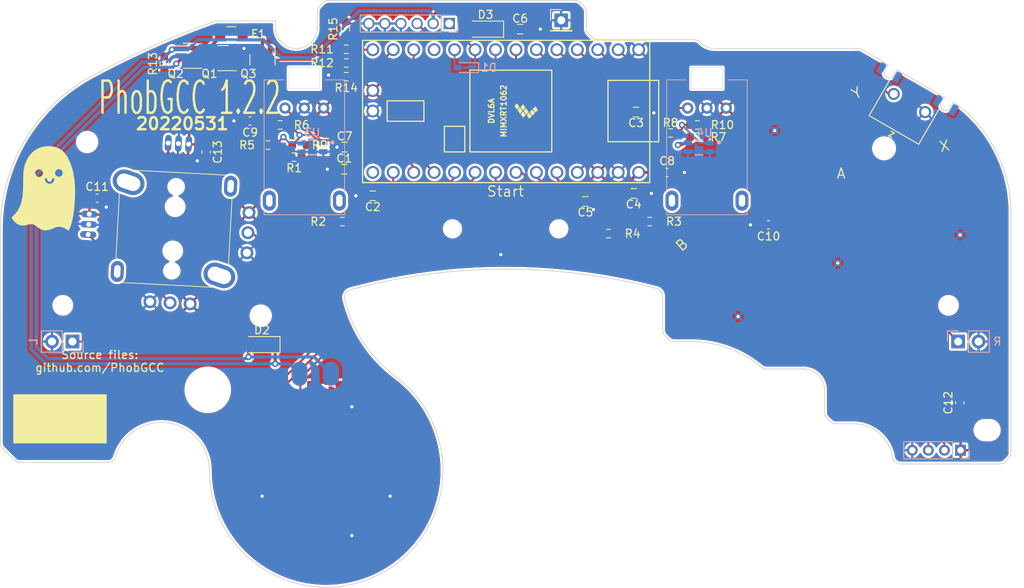
<source format=kicad_pcb>
(kicad_pcb (version 20221018) (generator pcbnew)
  (layers (0 "F.Cu" signal) (31 "B.Cu" signal) (36 "B.SilkS" user "B.Silkscreen") (37 "F.SilkS" user "F.Silkscreen") (38 "B.Mask" user) (39 "F.Mask" user) (44 "Edge.Cuts" user))
  (net 0 "")
  (net 1 "GND")
  (net 2 "+3V3")
  (net 3 "/C_x")
  (net 4 "/C_y")
  (net 5 "/A")
  (net 6 "/B")
  (net 7 "/X")
  (net 8 "/Y")
  (net 9 "/R")
  (net 10 "/Start")
  (net 11 "/Z")
  (net 12 "/Dleft")
  (net 13 "/Dup")
  (net 14 "/Dright")
  (net 15 "/Ddown")
  (net 16 "/Lanalog")
  (net 17 "/Ranalog")
  (net 18 "/Stick_x")
  (net 19 "/Stick_y")
  (net 20 "/L")
  (net 21 "/Stick_x_filt")
  (net 22 "/Stick_y_filt")
  (net 23 "+5V")
  (net 25 "/Rumble")
  (net 27 "/C_x_filt")
  (net 28 "/C_y_filt")
  (net 29 "Net-(R5-Pad2)")
  (net 30 "Net-(R6-Pad2)")
  (net 31 "Net-(R7-Pad2)")
  (net 32 "Net-(Q1-Pad1)")
  (net 33 "Net-(R10-Pad2)")
  (net 34 "Net-(C6-Pad1)")
  (net 35 "Net-(F1-Pad2)")
  (net 36 "Net-(Q1-Pad3)")
  (net 37 "/Brake")
  (net 38 "Net-(Q3-Pad1)")
  (net 39 "Net-(D2-Pad2)")
  (net 40 "/Data")
  (footprint "PhobGCC_Footprints:C_0603_HandSoldering" (layer "F.Cu") (at 83.1975 41.9125 180)
    (fp_text reference "C7")
    (fp_text value "0.047u")
  )
  (footprint "PhobGCC_Footprints:R_0603_1608_DNP" (layer "F.Cu") (at 77.5975 41.6625)
    (fp_text reference "R9")
    (fp_text value "DNP")
  )
  (footprint "PhobGCC_Footprints:R_0603_1608Metric_Pad0.98x0.95mm_HandSolder" (layer "F.Cu") (at 121.0975 51.1625)
    (fp_text reference "R3")
    (fp_text value "2k")
  )
  (footprint "PhobGCC_Footprints:R_0603_1608_DNP" (layer "F.Cu") (at 127.01 40.6625 180)
    (fp_text reference "R7")
    (fp_text value "DNP")
  )
  (footprint "PhobGCC_Footprints:ABXY_Contact_Omron_Switch" (layer "F.Cu") (at 140.4475 37.9125 -63)
    (fp_text reference "SW4" hide)
    (fp_text value "Y")
  )
  (footprint "PhobGCC_Footprints:SOT-23" (layer "F.Cu") (at 68.0975 30.8625 180)
    (fp_text reference "Q1")
    (fp_text value "Q_NMOS_GSD")
  )
  (footprint "PhobGCC_Footprints:Dpad_Contact_TL3315NF_2" (layer "F.Cu") (at 88.8475 82.0625 180)
    (fp_text reference "SW11" hide)
    (fp_text value "Dright" hide)
  )
  (footprint "PhobGCC_Footprints:C_0603_HandSoldering" (layer "F.Cu") (at 83.1475 44.6625 180)
    (fp_text reference "C1")
    (fp_text value "0.047u")
  )
  (footprint "PhobGCC_Footprints:R_0603_1608Metric_Pad0.98x0.95mm_HandSolder" (layer "F.Cu") (at 76.9225 43.1625 180)
    (fp_text reference "R1")
    (fp_text value "2k")
  )
  (footprint "PhobGCC_Footprints:ABXY_Contact_Omron_Switch" (layer "F.Cu") (at 144.4475 52.0125)
    (fp_text reference "SW1" hide)
    (fp_text value "A")
  )
  (footprint "PhobGCC_Footprints:SOT-23" (layer "F.Cu") (at 72.9975 31.0625 -90)
    (fp_text reference "Q3")
    (fp_text value "Q_NMOS_GSD")
  )
  (footprint "PhobGCC_Footprints:R_0603_1608Metric_Pad0.98x0.95mm_HandSolder" (layer "F.Cu") (at 83.2975 27.25 -90)
    (fp_text reference "R15")
    (fp_text value "10k")
  )
  (footprint "PhobGCC_Footprints:Teensy40_Edge_Pins" (layer "F.Cu") (at 103.2075 37.4325 180)
    (fp_text reference "U1" hide)
    (fp_text value "Teensy4.0")
  )
  (footprint "PhobGCC_Footprints:Dpad_Contact_TL3315NF_2" (layer "F.Cu") (at 80.8975 90.0125 -90)
    (fp_text reference "SW12" hide)
    (fp_text value "Ddown" hide)
  )
  (footprint "PhobGCC_Footprints:ABXY_Contact_Omron_Switch" (layer "F.Cu") (at 158.7475 48.6125 12)
    (fp_text reference "SW3" hide)
    (fp_text value "X")
  )
  (footprint "PhobGCC_Footprints:C_0603_1608Metric_Pad1.08x0.95mm_HandSolder" (layer "F.Cu") (at 135.8475 51.5625 180)
    (fp_text reference "C10")
    (fp_text value "1u")
  )
  (footprint "PhobGCC_Footprints:MountingHole_2.4mm" (layer "F.Cu") (at 150.1975 42.0625)
    (fp_text reference "H7" hide)
    (fp_text value "2.4mm")
  )
  (footprint "PhobGCC_Footprints:C_0603_HandSoldering" (layer "F.Cu") (at 104.9975 27.2625)
    (fp_text reference "C6")
    (fp_text value "10u")
  )
  (footprint "PhobGCC_Footprints:Ghost Logo 2" (layer "F.Cu") (at 45.9975 47.1625)
    (fp_text reference "G***" hide)
    (fp_text value "LOGO" hide)
  )
  (footprint "PhobGCC_Footprints:SOT-23" (layer "F.Cu") (at 63.7975 30.5625 180)
    (fp_text reference "Q2")
    (fp_text value "Q_PMOS_GDS")
  )
  (footprint "PhobGCC_Footprints:R_0603_1608Metric_Pad0.98x0.95mm_HandSolder" (layer "F.Cu") (at 83.3975 31.4625 180)
    (fp_text reference "R12")
    (fp_text value "100R")
  )
  (footprint "PhobGCC_Footprints:MountingHole_2.0mm" (layer "F.Cu") (at 48.1975 61.5625)
    (fp_text reference "H3" hide)
    (fp_text value "2mm")
  )
  (footprint "PhobGCC_Footprints:C_0603_HandSoldering" (layer "F.Cu") (at 113.0975 48.6625)
    (fp_text reference "C5")
    (fp_text value "0.047u")
  )
  (footprint "PhobGCC_Footprints:PinHeader_1x01_P2.54mm_Vertical" (layer "F.Cu") (at 110.0975 26.1625)
    (fp_text reference "J3" hide)
    (fp_text value "Conn_01x01_Male")
  )
  (footprint "PhobGCC_Footprints:Start_Contact" (layer "F.Cu") (at 103.1975 52.1125)
    (fp_text reference "SW5" hide)
    (fp_text value "Start")
  )
  (footprint "PhobGCC_Footprints:Dpad_Contact_TL3315NF_2" (layer "F.Cu") (at 80.8975 74.1125 -90)
    (fp_text reference "SW10" hide)
    (fp_text value "Dup" hide)
  )
  (footprint "PhobGCC_Footprints:C_0603_1608Metric_Pad1.08x0.95mm_HandSolder" (layer "F.Cu") (at 52.46 48.2625)
    (fp_text reference "C11")
    (fp_text value "1u")
  )
  (footprint "PhobGCC_Footprints:MountingHole_2.2mm" (layer "F.Cu") (at 51.214122 41.279121)
    (fp_text reference "H8" hide)
    (fp_text value "2.2mm")
  )
  (footprint "PhobGCC_Footprints:GCC_Stickbox_2" (layer "F.Cu") (at 62.002583 52.060732 -3)
    (fp_text reference "U2" hide)
    (fp_text value "2x DRV5053CAQLPGM Hall Effect Sensors")
  )
  (footprint "PhobGCC_Footprints:D_SOD-123" (layer "F.Cu") (at 100.6945 27.2625 180)
    (fp_text reference "D3")
    (fp_text value "M7C")
  )
  (footprint "PhobGCC_Footprints:MountingHole_2.0mm" (layer "F.Cu") (at 158.1975 61.5625)
    (fp_text reference "H4" hide)
    (fp_text value "2mm")
  )
  (footprint "PhobGCC_Footprints:R_0603_1608_DNP" (layer "F.Cu") (at 127.01 39.1625 180)
    (fp_text reference "R10")
    (fp_text value "DNP")
  )
  (footprint "PhobGCC_Footprints:R_0603_1608_DNP" (layer "F.Cu") (at 123.685 40.1625 180)
    (fp_text reference "R8")
    (fp_text value "DNP")
  )
  (footprint "PhobGCC_Footprints:R_0603_1608Metric_Pad0.98x0.95mm_HandSolder" (layer "F.Cu") (at 83.3975 29.7625 180)
    (fp_text reference "R11")
    (fp_text value "100R")
  )
  (footprint "PhobGCC_Footprints:MountingHole_1.8mm" (layer "F.Cu") (at 96.5975 52.0625)
    (fp_text reference "H5" hide)
    (fp_text value "1.8mm")
  )
  (footprint "PhobGCC_Footprints:Slot" (layer "F.Cu") (at 162.9975 77.0625)
    (fp_text reference "H2" hide)
    (fp_text value "Slot")
  )
  (footprint "PhobGCC_Footprints:R_0603_1608Metric_Pad0.98x0.95mm_HandSolder" (layer "F.Cu") (at 83.3975 33.1625)
    (fp_text reference "R14")
    (fp_text value "10k")
  )
  (footprint "PhobGCC_Footprints:R_0603_1608Metric_Pad0.98x0.95mm_HandSolder" (layer "F.Cu") (at 115.9725 52.6625)
    (fp_text reference "R4")
    (fp_text value "2k")
  )
  (footprint "PhobGCC_Footprints:Z_Switch_Edge" (layer "F.Cu") (at 153.348943 36.4375 -30)
    (fp_text reference "SW8" hide)
    (fp_text value "Z")
  )
  (footprint "PhobGCC_Footprints:ABXY_Contact_Omron_Switch" (layer "F.Cu") (at 129.2475 59.7125 41)
    (fp_text reference "SW2" hide)
    (fp_text value "B")
  )
  (footprint "PhobGCC_Footprints:MountingHole_5.2mm" (layer "F.Cu") (at 66.1975 72.0625)
    (fp_text reference "H1" hide)
    (fp_text value "5.2mm")
  )
  (footprint "PhobGCC_Footprints:R_0603_1608Metric_Pad0.98x0.95mm_HandSolder" (layer "F.Cu") (at 82.9225 51.1625 180)
    (fp_text reference "R2")
    (fp_text value "2k")
  )
  (footprint "PhobGCC_Footprints:MountingHole_1.8mm" (layer "F.Cu") (at 109.7975 52.0625)
    (fp_text reference "H6" hide)
    (fp_text value "1.8mm")
  )
  (footprint "PhobGCC_Footprints:C_0603_HandSoldering" (layer "F.Cu") (at 119.3975 37.5625)
    (fp_text reference "C3")
    (fp_text value "0.047u")
  )
  (footprint "PhobGCC_Footprints:Dpad_Contact_TL3315NF_2" (layer "F.Cu") (at 72.9475 82.0625 180)
    (fp_text reference "SW9" hide)
    (fp_text value "Dleft" hide)
  )
  (footprint "PhobGCC_Footprints:C_0603_1608Metric_Pad1.08x0.95mm_HandSolder" (layer "F.Cu") (at 71.46 38.6625 180)
    (fp_text reference "C9")
    (fp_text value "1u")
  )
  (footprint "PhobGCC_Footprints:C_0603_HandSoldering" (layer "F.Cu") (at 86.6975 47.9625 180)
    (fp_text reference "C2")
    (fp_text value "0.047u")
  )
  (footprint "PhobGCC_Footprints:R_0603_1608Metric_Pad0.98x0.95mm_HandSolder" (layer "F.Cu") (at 60.7975 31.5625 90)
    (fp_text reference "R13")
    (fp_text value "10k")
  )
  (footprint "PhobGCC_Footprints:C_0603_1608Metric_Pad1.08x0.95mm_HandSolder" (layer "F.Cu") (at 65.9975 42.525 -90)
    (fp_text reference "C13")
    (fp_text value "1u")
  )
  (footprint "PhobGCC_Footprints:C_0603_HandSoldering" (layer "F.Cu") (at 119.0975 47.6625)
    (fp_text reference "C4")
    (fp_text value "0.047u")
  )
  (footprint "PhobGCC_Footprints:C_0603_1608Metric_Pad1.08x0.95mm_HandSolder" (layer "F.Cu") (at 159.5975 73.6625 90)
    (fp_text reference "C12")
    (fp_text value "1u")
  )
  (footprint "PhobGCC_Footprints:Fuse_1206_3216Metric" (layer "F.Cu") (at 69.135 27.8625)
    (fp_text reference "F1")
    (fp_text value "Fuse")
  )
  (footprint "PhobGCC_Footprints:R_0603_1608_DNP" (layer "F.Cu") (at 73.685 41.6625)
    (fp_text reference "R5")
    (fp_text value "DNP")
  )
  (footprint "PhobGCC_Footprints:R_0603_1608_DNP" (layer "F.Cu") (at 75.185 39.1625)
    (fp_text reference "R6")
    (fp_text value "DNP")
  )
  (footprint "PhobGCC_Footprints:C_0603_1608Metric_Pad1.08x0.95mm_HandSolder" (layer "F.Cu") (at 123.2475 45.0625)
    (fp_text reference "C8")
    (fp_text value "1u")
  )
  (footprint "PhobGCC_Footprints:D_SOD-123" (layer "F.Cu") (at 72.9275 66.4425 180)
    (fp_text reference "D2")
    (fp_text value "M7C")
  )
  (footprint "PhobGCC_Footprints:MountingHole_2.2mm" (layer "F.Cu") (at 72.780878 62.845878)
    (fp_text reference "H9" hide)
    (fp_text value "2.2mm")
  )
  (footprint "PhobGCC_Footprints:Sharp_Microelectronics-GP2S60-MFG" (layer "B.Cu") (at 127.1975 41.9375 180)
    (fp_text reference "U4")
    (fp_text value "GP2S60-MFG" hide)
  )
  (footprint "PhobGCC_Footprints:Sharp_Microelectronics-GP2S60-MFG" (layer "B.Cu") (at 79.1975 41.9375 180)
    (fp_text reference "U3")
    (fp_text value "GP2S60-MFG" hide)
  )
  (footprint "PhobGCC_Footprints:PinHeader_1x04_P2.00mm_Vertical" (layer "B.Cu") (at 159.6975 79.5625 90)
    (fp_text reference "J2" hide)
    (fp_text value "Conn_01x04_Female")
  )
  (footprint "PhobGCC_Footprints:GCC_Slider" (layer "B.Cu") (at 128.1975 37.0625 180)
    (fp_text reference "RV2" hide)
    (fp_text value "R_POT_MountingPin")
  )
  (footprint "PhobGCC_Footprints:GCC_Slider" (layer "B.Cu") (at 78.1975 37.0625 180)
    (fp_text reference "RV1" hide)
    (fp_text value "R_POT_MountingPin")
  )
  (footprint "PhobGCC_Footprints:D_SOD-523_Shorted" (layer "B.Cu") (at 98.1145 32.0375 180)
    (fp_text reference "D1")
    (fp_text value "D_Schottky_Shorted")
  )
  (footprint "PhobGCC_Footprints:Pin_Header_Straight_1x02_Pitch2.54mm" (layer "B.Cu") (at 159.3975 66.0625 -90)
    (fp_text reference "SW7" hide)
    (fp_text value "R")
  )
  (footprint "PhobGCC_Footprints:Pin_Header_Straight_1x02_Pitch2.54mm" (layer "B.Cu") (at 49.3975 66.0625 90)
    (fp_text reference "SW6" hide)
    (fp_text value "L")
  )
  (footprint "PhobGCC_Footprints:Pin_Header_Straight_1x02_Pitch2.54mm" (layer "B.Cu") (at 78.3895 70.0505 -90)
    (fp_text reference "J5" hide)
    (fp_text value "Conn_01x02_Male" hide)
  )
  (footprint "PhobGCC_Footprints:GCC_Header_Straight_1x06_Pitch2.00mm" (layer "B.Cu") (at 96.1975 26.5625 90)
    (fp_text reference "J1" hide)
    (fp_text value "Conn_01x06_Female")
  )
  (gr_poly (pts (xy 53.5975 78.6625) (xy 42.0975 78.6625) (xy 42.0975 72.6625) (xy 53.5975 72.6625)) (stroke (width 0.1)) (fill solid) (layer "F.SilkS"))
  (gr_line (start 165.954606 79.855393) (end 165.954606 50.069607) (stroke (width 0.1)) (layer "Edge.Cuts"))
  (gr_line (start 144.218819 76.269607) (end 146.342415 76.269607) (stroke (width 0.1)) (layer "Edge.Cuts"))
  (gr_arc (start 126.204606 66.069606) (mid 130.847487 66.885912) (end 134.933496 69.236917) (stroke (width 0.1)) (layer "Edge.Cuts"))
  (gr_arc (start 146.937602 29.669606) (mid 147.195568 29.703455) (end 147.436073 29.8027) (stroke (width 0.1)) (layer "Edge.Cuts"))
  (gr_line (start 43.8525 81.072457) (end 42.8705 81.0725) (stroke (width 0.1)) (layer "Edge.Cuts"))
  (gr_arc (start 54.732791 80.356899) (mid 54.372984 80.872008) (end 53.7775 81.0725) (stroke (width 0.1)) (layer "Edge.Cuts"))
  (gr_arc (start 67.041048 26.300895) (mid 67.206743 26.257305) (end 67.377445 26.242615) (stroke (width 0.1)) (layer "Edge.Cuts"))
  (gr_line (start 122.997499 65.3625) (end 123.411712 65.776713) (stroke (width 0.1)) (layer "Edge.Cuts"))
  (gr_arc (start 51.761945 33.109374) (mid 59.27189 29.414281) (end 67.041048 26.300894) (stroke (width 0.1)) (layer "Edge.Cuts"))
  (gr_line (start 143.097499 75.5625) (end 143.511712 75.976713) (stroke (width 0.1)) (layer "Edge.Cuts"))
  (gr_line (start 76.2975 34.6625) (end 76.2975 32.0625) (stroke (width 0.05)) (layer "Edge.Cuts"))
  (gr_arc (start 151.400432 33.005028) (mid 150.512883 33.244589) (end 150.273454 32.357016) (stroke (width 0.1)) (layer "Edge.Cuts"))
  (gr_arc (start 113.497499 27.863982) (mid 113.280723 27.53956) (end 113.204606 27.156875) (stroke (width 0.1)) (layer "Edge.Cuts"))
  (gr_line (start 152.258495 81.269607) (end 164.540392 81.269607) (stroke (width 0.1)) (layer "Edge.Cuts"))
  (gr_line (start 126.2975 34.6625) (end 126.2975 32.0625) (stroke (width 0.05)) (layer "Edge.Cuts"))
  (gr_line (start 126.61567 28.571089) (end 114.618819 28.571089) (stroke (width 0.1)) (layer "Edge.Cuts"))
  (gr_line (start 124.118819 66.069607) (end 126.204606 66.069607) (stroke (width 0.1)) (layer "Edge.Cuts"))
  (gr_arc (start 144.218818 76.269607) (mid 143.836128 76.193496) (end 143.511712 75.976713) (stroke (width 0.1)) (layer "Edge.Cuts"))
  (gr_arc (start 114.618819 28.571089) (mid 114.236136 28.494967) (end 113.911712 28.278196) (stroke (width 0.1)) (layer "Edge.Cuts"))
  (gr_line (start 80.0975 34.6625) (end 76.2975 34.6625) (stroke (width 0.05)) (layer "Edge.Cuts"))
  (gr_line (start 151.799209 32.311503) (end 151.400432 33.005029) (stroke (width 0.1)) (layer "Edge.Cuts"))
  (gr_line (start 111.790392 23.699249) (end 81.218819 23.699249) (stroke (width 0.1)) (layer "Edge.Cuts"))
  (gr_arc (start 122.997499 65.3625) (mid 122.780728 65.038076) (end 122.704606 64.655393) (stroke (width 0.1)) (layer "Edge.Cuts"))
  (gr_arc (start 146.342414 76.269606) (mid 149.569893 77.450802) (end 151.272482 80.436273) (stroke (width 0.1)) (layer "Edge.Cuts"))
  (gr_line (start 126.2975 32.0625) (end 130.0975 32.0625) (stroke (width 0.05)) (layer "Edge.Cuts"))
  (gr_line (start 113.204606 27.156875) (end 113.204606 25.113463) (stroke (width 0.1)) (layer "Edge.Cuts"))
  (gr_line (start 113.911712 28.278196) (end 113.497499 27.863982) (stroke (width 0.1)) (layer "Edge.Cuts"))
  (gr_arc (start 121.957116 59.476203) (mid 122.495967 59.832451) (end 122.704606 60.443797) (stroke (width 0.1)) (layer "Edge.Cuts"))
  (gr_arc (start 111.790393 23.699249) (mid 112.173079 23.775363) (end 112.497499 23.992143) (stroke (width 0.1)) (layer "Edge.Cuts"))
  (gr_line (start 40.454607 77.5965) (end 40.454607 63.180003) (stroke (width 0.1)) (layer "Edge.Cuts"))
  (gr_line (start 159.204606 36.569607) (end 158.82115 36.34912) (stroke (width 0.1)) (layer "Edge.Cuts"))
  (gr_line (start 142.804606 72.069607) (end 142.804606 74.855393) (stroke (width 0.1)) (layer "Edge.Cuts"))
  (gr_arc (start 165.247499 80.976714) (mid 164.923075 81.193484) (end 164.540392 81.269607) (stroke (width 0.1)) (layer "Edge.Cuts"))
  (gr_line (start 40.454607 77.5965) (end 40.4545 78.655393) (stroke (width 0.1)) (layer "Edge.Cuts"))
  (gr_arc (start 124.118818 66.069607) (mid 123.736134 65.993488) (end 123.411712 65.776713) (stroke (width 0.1)) (layer "Edge.Cuts"))
  (gr_arc (start 40.747499 79.3625) (mid 40.530694 79.038079) (end 40.4545 78.655393) (stroke (width 0.1)) (layer "Edge.Cuts"))
  (gr_line (start 122.704606 60.443797) (end 122.704606 64.655393) (stroke (width 0.1)) (layer "Edge.Cuts"))
  (gr_arc (start 135.574771 69.469606) (mid 135.233681 69.40963) (end 134.933496 69.236917) (stroke (width 0.1)) (layer "Edge.Cuts"))
  (gr_line (start 53.7775 81.0725) (end 53.1535 81.072457) (stroke (width 0.1)) (layer "Edge.Cuts"))
  (gr_line (start 79.804606 25.113463) (end 79.804606 27.069607) (stroke (width 0.1)) (layer "Edge.Cuts"))
  (gr_arc (start 159.204606 36.569607) (mid 164.173061 42.522879) (end 165.954606 50.069607) (stroke (width 0.1)) (layer "Edge.Cuts"))
  (gr_arc (start 83.918492 59.617577) (mid 102.928599 57.070125) (end 121.957116 59.476203) (stroke (width 0.1)) (layer "Edge.Cuts"))
  (gr_arc (start 152.258494 81.269607) (mid 151.612992 81.033371) (end 151.272482 80.436273) (stroke (width 0.1)) (layer "Edge.Cuts"))
  (gr_line (start 53.1535 81.072457) (end 43.8525 81.072457) (stroke (width 0.1)) (layer "Edge.Cuts"))
  (gr_arc (start 165.954606 79.855394) (mid 165.87848 80.238072) (end 165.661712 80.5625) (stroke (width 0.1)) (layer "Edge.Cuts"))
  (gr_line (start 165.247499 80.976713) (end 165.661712 80.5625) (stroke (width 0.1)) (layer "Edge.Cuts"))
  (gr_arc (start 54.732792 80.356899) (mid 61.308563 76.171205) (end 66.404605 82.069607) (stroke (width 0.1)) (layer "Edge.Cuts"))
  (gr_arc (start 42.8705 81.0725) (mid 42.486895 80.994605) (end 42.161713 80.776713) (stroke (width 0.1)) (layer "Edge.Cuts"))
  (gr_line (start 76.2975 32.0625) (end 80.0975 32.0625) (stroke (width 0.05)) (layer "Edge.Cuts"))
  (gr_line (start 150.672231 31.663491) (end 147.436073 29.8027) (stroke (width 0.1)) (layer "Edge.Cuts"))
  (gr_arc (start 140.204606 69.469607) (mid 142.04307 70.231135) (end 142.804606 72.069607) (stroke (width 0.1)) (layer "Edge.Cuts"))
  (gr_arc (start 40.454605 52.069605) (mid 43.49607 41.031645) (end 51.761946 33.109374) (stroke (width 0.1)) (layer "Edge.Cuts"))
  (gr_line (start 74.604606 27.069607) (end 74.604606 26.242615) (stroke (width 0.1)) (layer "Edge.Cuts"))
  (gr_arc (start 89.569043 70.443019) (mid 85.546298 66.187273) (end 83.206365 60.818981) (stroke (width 0.1)) (layer "Edge.Cuts"))
  (gr_line (start 130.0975 32.0625) (end 130.0975 34.6625) (stroke (width 0.05)) (layer "Edge.Cuts"))
  (gr_arc (start 112.911713 24.406356) (mid 113.128486 24.73078) (end 113.204606 25.113463) (stroke (width 0.1)) (layer "Edge.Cuts"))
  (gr_line (start 157.694172 35.701107) (end 151.799209 32.311503) (stroke (width 0.1)) (layer "Edge.Cuts"))
  (gr_arc (start 80.511712 23.992142) (mid 80.836134 23.775365) (end 81.218819 23.699249) (stroke (width 0.1)) (layer "Edge.Cuts"))
  (gr_arc (start 79.804606 27.069607) (mid 77.204606 29.669607) (end 74.604606 27.069607) (stroke (width 0.1)) (layer "Edge.Cuts"))
  (gr_line (start 40.454607 63.180003) (end 40.4545 52.069605) (stroke (width 0.1)) (layer "Edge.Cuts"))
  (gr_line (start 130.0975 34.6625) (end 126.2975 34.6625) (stroke (width 0.05)) (layer "Edge.Cuts"))
  (gr_arc (start 143.097499 75.5625) (mid 142.880723 75.238077) (end 142.804606 74.855393) (stroke (width 0.1)) (layer "Edge.Cuts"))
  (gr_arc (start 129.204606 29.669607) (mid 128.189036 29.463058) (end 127.334819 28.876233) (stroke (width 0.1)) (layer "Edge.Cuts"))
  (gr_line (start 146.937602 29.669607) (end 129.204606 29.669607) (stroke (width 0.1)) (layer "Edge.Cuts"))
  (gr_line (start 112.911712 24.406356) (end 112.497499 23.992143) (stroke (width 0.1)) (layer "Edge.Cuts"))
  (gr_arc (start 83.206364 60.81898) (mid 83.317963 60.073372) (end 83.918492 59.617576) (stroke (width 0.1)) (layer "Edge.Cuts"))
  (gr_line (start 158.82115 36.34912) (end 158.422373 37.042645) (stroke (width 0.1)) (layer "Edge.Cuts"))
  (gr_arc (start 89.569044 70.443019) (mid 87.409053 95.028858) (end 66.404605 82.069607) (stroke (width 0.1)) (layer "Edge.Cuts"))
  (gr_line (start 80.0975 32.0625) (end 80.0975 34.6625) (stroke (width 0.05)) (layer "Edge.Cuts"))
  (gr_line (start 135.574771 69.469607) (end 140.204606 69.469607) (stroke (width 0.1)) (layer "Edge.Cuts"))
  (gr_line (start 80.511712 23.992143) (end 80.097499 24.406356) (stroke (width 0.1)) (layer "Edge.Cuts"))
  (gr_arc (start 126.61567 28.571089) (mid 127.006273 28.650534) (end 127.334819 28.876233) (stroke (width 0.1)) (layer "Edge.Cuts"))
  (gr_arc (start 158.422373 37.042644) (mid 157.53488 37.282095) (end 157.295395 36.394632) (stroke (width 0.1)) (layer "Edge.Cuts"))
  (gr_line (start 150.273454 32.357016) (end 150.672231 31.663491) (stroke (width 0.1)) (layer "Edge.Cuts"))
  (gr_line (start 74.604606 26.242615) (end 67.377445 26.242615) (stroke (width 0.1)) (layer "Edge.Cuts"))
  (gr_line (start 40.7475 79.3625) (end 42.161713 80.776713) (stroke (width 0.1)) (layer "Edge.Cuts"))
  (gr_arc (start 79.804606 25.113463) (mid 79.880726 24.730779) (end 80.097499 24.406356) (stroke (width 0.1)) (layer "Edge.Cuts"))
  (gr_line (start 157.295395 36.394632) (end 157.694172 35.701107) (stroke (width 0.1)) (layer "Edge.Cuts"))
  (gr_text "PhobGCC 1.2.2" (at 63.9375 35.8125) (layer "F.SilkS") (effects (font (size 4 2) (thickness 0.3))))
  (gr_text "20220531" (at 63.0375 39.0125) (layer "F.SilkS") (effects (font (size 1.5 1.5) (thickness 0.3))))
  (gr_text "Source files:\ngithub.com/PhobGCC" (at 52.7975 68.5125) (layer "F.SilkS") (effects (font (size 1 1))))
  (segment (start 85.7475 47.9625) (end 84.597502 47.9625) (width 0.25) (layer "F.Cu") (net 1))
  (segment (start 70.5975 38.6625) (end 69.46 38.6625) (width 0.25) (layer "F.Cu") (net 1))
  (segment (start 120.3475 37.5625) (end 121.4975 37.5625) (width 0.25) (layer "F.Cu") (net 1))
  (segment (start 114.0975 49.6625) (end 114.0975 48.7125) (width 0.25) (layer "F.Cu") (net 1))
  (segment (start 70.4475 29.9125) (end 70.6975 29.6625) (width 0.4) (layer "F.Cu") (net 1))
  (segment (start 81.3975 33.1625) (end 81.1975 32.9625) (width 0.25) (layer "F.Cu") (net 1))
  (segment (start 120.0475 47.6625) (end 121.297502 47.6625) (width 0.25) (layer "F.Cu") (net 1))
  (segment (start 53.3225 49.0875) (end 53.5975 49.3625) (width 0.25) (layer "F.Cu") (net 1))
  (segment (start 65.1225 43.3875) (end 65.9975 43.3875) (width 0.25) (layer "F.Cu") (net 1))
  (segment (start 159.46 72.8) (end 158.5975 73.6625) (width 0.25) (layer "F.Cu") (net 1))
  (segment (start 134.8975 51.5625) (end 133.5975 51.5625) (width 0.4) (layer "F.Cu") (net 1))
  (segment (start 125.3975 45.0625) (end 124.1975 45.0625) (width 0.4) (layer "F.Cu") (net 1))
  (segment (start 121.4975 37.5625) (end 121.5975 37.6625) (width 0.25) (layer "F.Cu") (net 1))
  (segment (start 82.485 33.1625) (end 81.3975 33.1625) (width 0.25) (layer "F.Cu") (net 1))
  (segment (start 64.8975 43.6125) (end 65.1225 43.3875) (width 0.25) (layer "F.Cu") (net 1))
  (segment (start 82.1975 44.6625) (end 81.047502 44.6625) (width 0.25) (layer "F.Cu") (net 1))
  (segment (start 71.46 30.125) (end 70.9975 29.6625) (width 0.4) (layer "F.Cu") (net 1))
  (segment (start 53.3225 48.2625) (end 53.3225 49.0875) (width 0.25) (layer "F.Cu") (net 1))
  (segment (start 105.9475 27.2625) (end 107.4975 27.2625) (width 0.4) (layer "F.Cu") (net 1))
  (segment (start 72.0475 30.125) (end 71.46 30.125) (width 0.4) (layer "F.Cu") (net 1))
  (segment (start 83.5225 26.5625) (end 86.1975 26.5625) (width 0.25) (layer "F.Cu") (net 1))
  (segment (start 69.035 29.9125) (end 70.4475 29.9125) (width 0.4) (layer "F.Cu") (net 1))
  (segment (start 70.9975 29.6625) (end 70.6975 29.6625) (width 0.4) (layer "F.Cu") (net 1))
  (via (at 84.0975 74.1625) (size 0.8) (drill 0.4) (layers "F.Cu" "B.Cu") (net 1))
  (via (at 125.3975 45.0625) (size 0.8) (drill 0.4) (layers "F.Cu" "B.Cu") (net 1))
  (via (at 72.9475 85.2625) (size 0.8) (drill 0.4) (layers "F.Cu" "B.Cu") (net 1))
  (via (at 121.297502 47.6625) (size 0.8) (drill 0.4) (layers "F.Cu" "B.Cu") (net 1))
  (via (at 69.46 38.6625) (size 0.8) (drill 0.4) (layers "F.Cu" "B.Cu") (net 1))
  (via (at 64.8975 43.6125) (size 0.8) (drill 0.4) (layers "F.Cu" "B.Cu") (net 1))
  (via (at 121.5975 37.6625) (size 0.8) (drill 0.4) (layers "F.Cu" "B.Cu") (net 1))
  (via (at 158.5975 73.6625) (size 0.8) (drill 0.4) (layers "F.Cu" "B.Cu") (net 1))
  (via (at 107.4975 27.2625) (size 0.8) (drill 0.4) (layers "F.Cu" "B.Cu") (net 1))
  (via (at 82.2475 41.9125) (size 0.8) (drill 0.4) (layers "F.Cu" "B.Cu") (net 1))
  (via (at 102.5975 55.2625) (size 0.8) (drill 0.4) (layers "F.Cu" "B.Cu") (net 1))
  (via (at 70.6975 29.6625) (size 0.8) (drill 0.4) (layers "F.Cu" "B.Cu") (net 1))
  (via (at 84.597502 47.9625) (size 0.8) (drill 0.4) (layers "F.Cu" "B.Cu") (net 1))
  (via (at 53.5975 49.3625) (size 0.8) (drill 0.4) (layers "F.Cu" "B.Cu") (net 1))
  (via (at 133.5975 51.5625) (size 0.8) (drill 0.4) (layers "F.Cu" "B.Cu") (net 1))
  (via (at 81.047502 44.6625) (size 0.8) (drill 0.4) (layers "F.Cu" "B.Cu") (net 1))
  (via (at 84.0975 90.1625) (size 0.8) (drill 0.4) (layers "F.Cu" "B.Cu") (net 1))
  (via (at 81.1975 32.9625) (size 0.8) (drill 0.4) (layers "F.Cu" "B.Cu") (net 1))
  (via (at 114.0975 49.6625) (size 0.8) (drill 0.4) (layers "F.Cu" "B.Cu") (net 1))
  (via (at 88.8475 85.2625) (size 0.8) (drill 0.4) (layers "F.Cu" "B.Cu") (net 1))
  (segment (start 80.5475 42.4875) (end 81.6725 42.4875) (width 0.25) (layer "B.Cu") (net 1))
  (segment (start 81.6725 42.4875) (end 82.2475 41.9125) (width 0.25) (layer "B.Cu") (net 1))
  (segment (start 157.6975 78.7225) (end 157.6975 79.0625) (width 0.25) (layer "F.Cu") (net 3))
  (segment (start 130.1375 51.1625) (end 157.6975 78.7225) (width 0.25) (layer "F.Cu") (net 3))
  (segment (start 121.9225 51.1625) (end 130.1375 51.1625) (width 0.25) (layer "F.Cu") (net 3))
  (segment (start 155.6975 77.7825) (end 155.6975 79.5625) (width 0.25) (layer "F.Cu") (net 4))
  (segment (start 130.5775 52.6625) (end 155.6975 77.7825) (width 0.25) (layer "F.Cu") (net 4))
  (segment (start 116.7975 52.6625) (end 130.5775 52.6625) (width 0.25) (layer "F.Cu") (net 4))
  (segment (start 133.2975 45.8625) (end 131.0975 43.6625) (width 0.25) (layer "F.Cu") (net 5))
  (segment (start 132.0975 36.0375) (end 131.1225 35.0625) (width 0.25) (layer "F.Cu") (net 5))
  (segment (start 123.947489 33.012489) (end 110.217489 33.012489) (width 0.25) (layer "F.Cu") (net 5))
  (segment (start 125.9975 35.0625) (end 123.947489 33.012489) (width 0.25) (layer "F.Cu") (net 5))
  (segment (start 132.0975 38.1625) (end 132.0975 36.0375) (width 0.25) (layer "F.Cu") (net 5))
  (segment (start 131.0975 39.1625) (end 132.0975 38.1625) (width 0.25) (layer "F.Cu") (net 5))
  (segment (start 131.0975 43.6625) (end 131.0975 39.1625) (width 0.25) (layer "F.Cu") (net 5))
  (segment (start 143.3975 45.8625) (end 133.2975 45.8625) (width 0.25) (layer "F.Cu") (net 5))
  (segment (start 131.1225 35.0625) (end 125.9975 35.0625) (width 0.25) (layer "F.Cu") (net 5))
  (segment (start 144.4475 46.9125) (end 143.3975 45.8625) (width 0.25) (layer "F.Cu") (net 5))
  (segment (start 110.217489 33.012489) (end 107.0175 29.8125) (width 0.25) (layer "F.Cu") (net 5))
  (segment (start 123.616765 53.6625) (end 123.616765 53.667433) (width 0.25) (layer "F.Cu") (net 6))
  (segment (start 113.7975 53.6625) (end 123.616765 53.6625) (width 0.25) (layer "F.Cu") (net 6))
  (segment (start 105.1875 45.0525) (end 113.7975 53.6625) (width 0.25) (layer "F.Cu") (net 6))
  (segment (start 104.4775 45.0525) (end 105.1875 45.0525) (width 0.25) (layer "F.Cu") (net 6))
  (segment (start 123.616765 53.667433) (end 126.492052 56.54272) (width 0.25) (layer "F.Cu") (net 6))
  (segment (start 124.259624 30.662489) (end 123.409655 31.512458) (width 0.25) (layer "F.Cu") (net 7))
  (segment (start 158.0975 44.3625) (end 144.397489 30.662489) (width 0.25) (layer "F.Cu") (net 7))
  (segment (start 144.397489 30.662489) (end 124.259624 30.662489) (width 0.25) (layer "F.Cu") (net 7))
  (segment (start 123.409655 31.512458) (end 116.337458 31.512458) (width 0.25) (layer "F.Cu") (net 7))
  (segment (start 116.337458 31.512458) (end 114.6375 29.8125) (width 0.25) (layer "F.Cu") (net 7))
  (segment (start 123.616767 32.012468) (end 124.466735 31.1625) (width 0.25) (layer "F.Cu") (net 8))
  (segment (start 145.0975 33.1625) (end 145.0975 35.119818) (width 0.25) (layer "F.Cu") (net 8))
  (segment (start 124.466735 31.1625) (end 143.0975 31.1625) (width 0.25) (layer "F.Cu") (net 8))
  (segment (start 114.297468 32.012468) (end 123.616767 32.012468) (width 0.25) (layer "F.Cu") (net 8))
  (segment (start 112.0975 29.8125) (end 114.297468 32.012468) (width 0.25) (layer "F.Cu") (net 8))
  (segment (start 143.0975 31.1625) (end 145.0975 33.1625) (width 0.25) (layer "F.Cu") (net 8))
  (segment (start 155.9975 62.6625) (end 159.3975 66.0625) (width 0.25) (layer "F.Cu") (net 9))
  (segment (start 146.5975 45.1625) (end 155.9975 54.5625) (width 0.25) (layer "F.Cu") (net 9))
  (segment (start 155.9975 54.5625) (end 155.9975 61.1325) (width 0.25) (layer "F.Cu") (net 9))
  (segment (start 134.0975 45.1625) (end 146.5975 45.1625) (width 0.25) (layer "F.Cu") (net 9))
  (segment (start 125.7975 31.6625) (end 130.311406 31.6625) (width 0.25) (layer "F.Cu") (net 9))
  (segment (start 155.9975 61.1325) (end 155.9975 62.6625) (width 0.25) (layer "F.Cu") (net 9))
  (segment (start 112.257478 32.512478) (end 124.947522 32.512478) (width 0.25) (layer "F.Cu") (net 9))
  (segment (start 130.311406 31.6625) (end 132.8375 34.188594) (width 0.25) (layer "F.Cu") (net 9))
  (segment (start 132.8375 38.372376) (end 131.6875 39.522376) (width 0.25) (layer "F.Cu") (net 9))
  (segment (start 132.8375 34.188594) (end 132.8375 38.372376) (width 0.25) (layer "F.Cu") (net 9))
  (segment (start 124.947522 32.512478) (end 125.7975 31.6625) (width 0.25) (layer "F.Cu") (net 9))
  (segment (start 131.6875 39.522376) (end 131.6875 42.7525) (width 0.25) (layer "F.Cu") (net 9))
  (segment (start 131.6875 42.7525) (end 134.0975 45.1625) (width 0.25) (layer "F.Cu") (net 9))
  (segment (start 109.5575 29.8125) (end 112.257478 32.512478) (width 0.25) (layer "F.Cu") (net 9))
  (segment (start 101.9375 45.0525) (end 101.9375 46.0025) (width 0.25) (layer "F.Cu") (net 10))
  (segment (start 103.6975 48.9125) (end 103.6975 47.7625) (width 0.25) (layer "F.Cu") (net 10))
  (segment (start 101.9375 46.0025) (end 103.6975 47.7625) (width 0.25) (layer "F.Cu") (net 10))
  (segment (start 145.597478 30.162478) (end 122.433024 30.162478) (width 0.25) (layer "F.Cu") (net 11))
  (segment (start 122.433024 30.162478) (end 121.583053 31.012449) (width 0.25) (layer "F.Cu") (net 11))
  (segment (start 150.7475 35.3125) (end 145.597478 30.162478) (width 0.25) (layer "F.Cu") (net 11))
  (segment (start 151.400386 35.3125) (end 150.7475 35.3125) (width 0.25) (layer "F.Cu") (net 11))
  (segment (start 118.377448 31.012448) (end 117.1775 29.8125) (width 0.25) (layer "F.Cu") (net 11))
  (segment (start 121.583053 31.012449) (end 118.377448 31.012448) (width 0.25) (layer "F.Cu") (net 11))
  (segment (start 72.9475 77.8125) (end 75.0975 75.6625) (width 0.25) (layer "F.Cu") (net 12))
  (segment (start 72.9475 78.8625) (end 72.9475 77.8125) (width 0.25) (layer "F.Cu") (net 12))
  (segment (start 88.3225 54.2625) (end 96.8575 45.7275) (width 0.25) (layer "F.Cu") (net 12))
  (segment (start 75.0975 75.6625) (end 75.0975 71.1725) (width 0.25) (layer "F.Cu") (net 12))
  (segment (start 82.4475 54.2625) (end 88.3225 54.2625) (width 0.25) (layer "F.Cu") (net 12))
  (segment (start 79.3475 57.3625) (end 82.4475 54.2625) (width 0.25) (layer "F.Cu") (net 12))
  (segment (start 96.8575 45.7275) (end 96.8575 45.0525) (width 0.25) (layer "F.Cu") (net 12))
  (segment (start 79.3475 66.9225) (end 79.3475 57.3625) (width 0.25) (layer "F.Cu") (net 12))
  (segment (start 75.0975 71.1725) (end 79.3475 66.9225) (width 0.25) (layer "F.Cu") (net 12))
  (segment (start 77.6975 70.6225) (end 77.6975 74.1125) (width 0.25) (layer "F.Cu") (net 13))
  (segment (start 89.1975 55.8625) (end 83.8975 55.8625) (width 0.25) (layer "F.Cu") (net 13))
  (segment (start 80.8975 67.4225) (end 77.6975 70.6225) (width 0.25) (layer "F.Cu") (net 13))
  (segment (start 80.8975 58.8625) (end 80.8975 67.4225) (width 0.25) (layer "F.Cu") (net 13))
  (segment (start 83.8975 55.8625) (end 80.8975 58.8625) (width 0.25) (layer "F.Cu") (net 13))
  (segment (start 99.3975 45.6625) (end 89.1975 55.8625) (width 0.25) (layer "F.Cu") (net 13))
  (segment (start 84.7975 56.6625) (end 89.689851 56.6625) (width 0.25) (layer "F.Cu") (net 14))
  (segment (start 104.4775 32.6825) (end 104.4775 29.8125) (width 0.25) (layer "F.Cu") (net 14))
  (segment (start 81.8475 66.8625) (end 81.8475 59.6125) (width 0.25) (layer "F.Cu") (net 14))
  (segment (start 100.6975 45.654851) (end 100.6975 36.4625) (width 0.25) (layer "F.Cu") (net 14))
  (segment (start 81.8475 59.6125) (end 84.7975 56.6625) (width 0.25) (layer "F.Cu") (net 14))
  (segment (start 100.6975 36.4625) (end 104.4775 32.6825) (width 0.25) (layer "F.Cu") (net 14))
  (segment (start 88.8475 73.8625) (end 81.8475 66.8625) (width 0.25) (layer "F.Cu") (net 14))
  (segment (start 88.8475 78.8625) (end 88.8475 73.8625) (width 0.25) (layer "F.Cu") (net 14))
  (segment (start 89.689851 56.6625) (end 100.6975 45.654851) (width 0.25) (layer "F.Cu") (net 14))
  (segment (start 80.0975 67.2225) (end 76.0975 71.2225) (width 0.25) (layer "F.Cu") (net 15))
  (segment (start 101.9375 29.8125) (end 101.9375 32.5225) (width 0.25) (layer "F.Cu") (net 15))
  (segment (start 76.0975 71.2225) (end 76.0975 78.059989) (width 0.25) (layer "F.Cu") (net 15))
  (segment (start 88.7975 55.0625) (end 83.1975 55.0625) (width 0.25) (layer "F.Cu") (net 15))
  (segment (start 80.0975 58.1625) (end 80.0975 67.2225) (width 0.25) (layer "F.Cu") (net 15))
  (segment (start 101.9375 32.5225) (end 98.0975 36.3625) (width 0.25) (layer "F.Cu") (net 15))
  (segment (start 83.1975 55.0625) (end 80.0975 58.1625) (width 0.25) (layer "F.Cu") (net 15))
  (segment (start 98.0975 36.3625) (end 98.0975 45.7625) (width 0.25) (layer "F.Cu") (net 15))
  (segment (start 76.0975 78.059989) (end 77.5975 79.559989) (width 0.25) (layer "F.Cu") (net 15))
  (segment (start 98.0975 45.7625) (end 88.7975 55.0625) (width 0.25) (layer "F.Cu") (net 15))
  (segment (start 77.5975 79.559989) (end 77.5975 89.9125) (width 0.25) (layer "F.Cu") (net 15))
  (segment (start 79.1975 41.6625) (end 79.7975 41.0625) (width 0.25) (layer "F.Cu") (net 16))
  (segment (start 84.1475 41.9125) (end 84.1475 41.0625) (width 0.25) (layer "F.Cu") (net 16))
  (segment (start 79.7975 41.0625) (end 84.1475 41.0625) (width 0.25) (layer "F.Cu") (net 16))
  (segment (start 75.7975 37.0625) (end 79.7975 41.0625) (width 0.25) (layer "F.Cu") (net 16))
  (segment (start 84.1475 41.0625) (end 90.3275 41.0625) (width 0.25) (layer "F.Cu") (net 16))
  (segment (start 78.51 41.6625) (end 79.1975 41.6625) (width 0.25) (layer "F.Cu") (net 16))
  (segment (start 90.3275 41.0625) (end 94.3175 45.0525) (width 0.25) (layer "F.Cu") (net 16))
  (segment (start 125.7975 37.0625) (end 124.0975 37.0625) (width 0.25) (layer "F.Cu") (net 17))
  (segment (start 122.4975 39.8875) (end 122.4975 38.6625) (width 0.25) (layer "F.Cu") (net 17))
  (segment (start 118.4875 38.6625) (end 112.0975 45.0525) (width 0.25) (layer "F.Cu") (net 17))
  (segment (start 122.4975 38.6625) (end 118.4875 38.6625) (width 0.25) (layer "F.Cu") (net 17))
  (segment (start 118.4475 37.5625) (end 118.4475 38.6225) (width 0.25) (layer "F.Cu") (net 17))
  (segment (start 118.4475 38.6225) (end 118.4875 38.6625) (width 0.25) (layer "F.Cu") (net 17))
  (segment (start 124.0975 37.0625) (end 122.4975 38.6625) (width 0.25) (layer "F.Cu") (net 17))
  (segment (start 68.383487 43.726513) (end 75.533487 43.726513) (width 0.25) (layer "F.Cu") (net 18))
  (segment (start 75.533487 43.726513) (end 76.0975 43.1625) (width 0.25) (layer "F.Cu") (net 18))
  (segment (start 61.289085 42.554085) (end 61.289085 41.408792) (width 0.25) (layer "F.Cu") (net 18))
  (segment (start 63.8975 45.1625) (end 66.9475 45.1625) (width 0.25) (layer "F.Cu") (net 18))
  (segment (start 63.8975 45.1625) (end 61.289085 42.554085) (width 0.25) (layer "F.Cu") (net 18))
  (segment (start 61.521092 61.248124) (end 59.5975 59.324532) (width 0.25) (layer "F.Cu") (net 18))
  (segment (start 59.5975 59.324532) (end 59.5975 44.5555) (width 0.25) (layer "F.Cu") (net 18))
  (segment (start 59.5975 44.24567) (end 61.289085 42.554085) (width 0.25) (layer "F.Cu") (net 18))
  (segment (start 59.5975 44.5555) (end 59.5975 44.24567) (width 0.25) (layer "F.Cu") (net 18))
  (segment (start 66.9475 45.1625) (end 68.383487 43.726513) (width 0.25) (layer "F.Cu") (net 18))
  (segment (start 73.0975 53.9125) (end 75.8475 51.1625) (width 0.25) (layer "F.Cu") (net 19))
  (segment (start 71.727223 52.542223) (end 73.0975 53.9125) (width 0.25) (layer "F.Cu") (net 19))
  (segment (start 52.5975 59.1625) (end 52.5975 54.5625) (width 0.25) (layer "F.Cu") (net 19))
  (segment (start 57.8475 64.4125) (end 52.5975 59.1625) (width 0.25) (layer "F.Cu") (net 19))
  (segment (start 65.3475 64.4125) (end 57.8475 64.4125) (width 0.25) (layer "F.Cu") (net 19))
  (segment (start 73.0975 53.9125) (end 73.0975 56.6625) (width 0.25) (layer "F.Cu") (net 19))
  (segment (start 82.0975 51.1625) (end 75.8475 51.1625) (width 0.25) (layer "F.Cu") (net 19))
  (segment (start 73.0975 56.6625) (end 65.3475 64.4125) (width 0.25) (layer "F.Cu") (net 19))
  (segment (start 51.350643 52.77423) (end 52.5975 54.021087) (width 0.25) (layer "F.Cu") (net 19))
  (segment (start 52.5975 54.021087) (end 52.5975 54.5625) (width 0.25) (layer "F.Cu") (net 19))
  (segment (start 79.2975 53.4625) (end 66.6975 66.0625) (width 0.25) (layer "F.Cu") (net 20))
  (segment (start 91.7775 29.8125) (end 91.7775 32.4425) (width 0.25) (layer "F.Cu") (net 20))
  (segment (start 95.5975 36.2625) (end 95.5975 45.7625) (width 0.25) (layer "F.Cu") (net 20))
  (segment (start 91.7775 32.4425) (end 95.5975 36.2625) (width 0.25) (layer "F.Cu") (net 20))
  (segment (start 66.6975 66.0625) (end 49.3975 66.0625) (width 0.25) (layer "F.Cu") (net 20))
  (segment (start 95.5975 45.7625) (end 87.8975 53.4625) (width 0.25) (layer "F.Cu") (net 20))
  (segment (start 87.8975 53.4625) (end 79.2975 53.4625) (width 0.25) (layer "F.Cu") (net 20))
  (segment (start 90.5975 43.1625) (end 91.7775 44.3425) (width 0.25) (layer "F.Cu") (net 21))
  (segment (start 91.7775 44.3425) (end 91.7775 45.0525) (width 0.25) (layer "F.Cu") (net 21))
  (segment (start 84.0975 43.1625) (end 90.5975 43.1625) (width 0.25) (layer "F.Cu") (net 21))
  (segment (start 77.7475 43.1625) (end 84.0975 43.1625) (width 0.25) (layer "F.Cu") (net 21))
  (segment (start 84.0975 44.6625) (end 84.0975 43.1625) (width 0.25) (layer "F.Cu") (net 21))
  (segment (start 89.1775 47.9625) (end 89.2375 48.0225) (width 0.25) (layer "F.Cu") (net 22))
  (segment (start 89.2375 48.5225) (end 89.2375 48.0225) (width 0.25) (layer "F.Cu") (net 22))
  (segment (start 87.6475 47.9625) (end 89.1775 47.9625) (width 0.25) (layer "F.Cu") (net 22))
  (segment (start 86.5975 51.1625) (end 89.2375 48.5225) (width 0.25) (layer "F.Cu") (net 22))
  (segment (start 89.2375 45.0525) (end 89.2375 48.0225) (width 0.25) (layer "F.Cu") (net 22))
  (segment (start 83.7475 51.1625) (end 86.5975 51.1625) (width 0.25) (layer "F.Cu") (net 22))
  (segment (start 60.90735 30.65) (end 61.749931 29.807419) (width 0.25) (layer "F.Cu") (net 23))
  (segment (start 94.707551 25.0625) (end 96.8445 25.0625) (width 0.4) (layer "F.Cu") (net 23))
  (segment (start 74.5775 66.4425) (end 74.5775 68.822) (width 0.4) (layer "F.Cu") (net 23))
  (segment (start 61.94485 29.6125) (end 61.749931 29.807419) (width 0.4) (layer "F.Cu") (net 23))
  (segment (start 94.1975 26.5625) (end 94.1975 25.5625) (width 0.4) (layer "F.Cu") (net 23))
  (segment (start 96.8445 25.0625) (end 99.0445 27.2625) (width 0.4) (layer "F.Cu") (net 23))
  (segment (start 64.735 29.6125) (end 61.94485 29.6125) (width 0.4) (layer "F.Cu") (net 23))
  (segment (start 94.1975 25.572551) (end 94.707551 25.0625) (width 0.4) (layer "F.Cu") (net 23))
  (via (at 74.5775 68.822) (size 0.8) (drill 0.4) (layers "F.Cu" "B.Cu") (net 23))
  (via (at 61.749931 29.807419) (size 0.8) (drill 0.4) (layers "F.Cu" "B.Cu") (net 23))
  (segment (start 64.9475 28.5925) (end 63.732581 29.807419) (width 0.4) (layer "B.Cu") (net 23))
  (segment (start 76.357 68.822) (end 77.5975 70.0625) (width 0.4) (layer "B.Cu") (net 23))
  (segment (start 74.5775 68.822) (end 74.577489 68.822011) (width 0.4) (layer "B.Cu") (net 23))
  (segment (start 73.1275 28.5925) (end 64.9475 28.5925) (width 0.4) (layer "B.Cu") (net 23))
  (segment (start 75.3475 30.8125) (end 73.1275 28.5925) (width 0.4) (layer "B.Cu") (net 23))
  (segment (start 79.2075 30.8125) (end 75.3475 30.8125) (width 0.4) (layer "B.Cu") (net 23))
  (segment (start 63.732581 29.807419) (end 61.749931 29.807419) (width 0.4) (layer "B.Cu") (net 23))
  (segment (start 74.5775 68.822) (end 76.357 68.822) (width 0.4) (layer "B.Cu") (net 23))
  (segment (start 60.21485 31.3425) (end 61.749931 29.807419) (width 0.4) (layer "B.Cu") (net 23))
  (segment (start 46.097011 68.822011) (end 44.267981 66.992981) (width 0.4) (layer "B.Cu") (net 23))
  (segment (start 93.6375 24.9925) (end 85.0275 24.9925) (width 0.4) (layer "B.Cu") (net 23))
  (segment (start 94.1975 26.5625) (end 94.1975 25.5525) (width 0.4) (layer "B.Cu") (net 23))
  (segment (start 85.0275 24.9925) (end 79.2075 30.8125) (width 0.4) (layer "B.Cu") (net 23))
  (segment (start 74.577489 68.822011) (end 46.097011 68.822011) (width 0.4) (layer "B.Cu") (net 23))
  (segment (start 94.1975 25.5525) (end 93.6375 24.9925) (width 0.4) (layer "B.Cu") (net 23))
  (segment (start 44.267981 66.992981) (end 44.267981 45.115347) (width 0.4) (layer "B.Cu") (net 23))
  (segment (start 58.040828 31.3425) (end 60.21485 31.3425) (width 0.4) (layer "B.Cu") (net 23))
  (segment (start 44.267981 45.115347) (end 58.040828 31.3425) (width 0.4) (layer "B.Cu") (net 23))
  (segment (start 83.2975 28.75) (end 84.31 29.7625) (width 0.25) (layer "F.Cu") (net 25))
  (segment (start 86.6975 29.8125) (end 84.36 29.8125) (width 0.25) (layer "F.Cu") (net 25))
  (segment (start 83.2975 28.1625) (end 83.2975 28.75) (width 0.25) (layer "F.Cu") (net 25))
  (segment (start 118.1475 47.6625) (end 116.5975 47.6625) (width 0.25) (layer "F.Cu") (net 27))
  (segment (start 116.0975 48.1625) (end 119.0975 51.1625) (width 0.25) (layer "F.Cu") (net 27))
  (segment (start 115.17202 47.23702) (end 116.0975 48.1625) (width 0.25) (layer "F.Cu") (net 27))
  (segment (start 109.5575 45.0525) (end 109.5575 45.8325) (width 0.25) (layer "F.Cu") (net 27))
  (segment (start 109.5575 45.8325) (end 110.96202 47.23702) (width 0.25) (layer "F.Cu") (net 27))
  (segment (start 116.5975 47.6625) (end 116.0975 48.1625) (width 0.25) (layer "F.Cu") (net 27))
  (segment (start 119.0975 51.1625) (end 120.2725 51.1625) (width 0.25) (layer "F.Cu") (net 27))
  (segment (start 110.96202 47.23702) (end 115.17202 47.23702) (width 0.25) (layer "F.Cu") (net 27))
  (segment (start 110.5975 49.1625) (end 114.0975 52.6625) (width 0.25) (layer "F.Cu") (net 28))
  (segment (start 107.0175 45.5825) (end 110.5975 49.1625) (width 0.25) (layer "F.Cu") (net 28))
  (segment (start 111.0975 48.6625) (end 110.5975 49.1625) (width 0.25) (layer "F.Cu") (net 28))
  (segment (start 114.0975 52.6625) (end 115.1475 52.6625) (width 0.25) (layer "F.Cu") (net 28))
  (segment (start 112.1475 48.6625) (end 111.0975 48.6625) (width 0.25) (layer "F.Cu") (net 28))
  (segment (start 74.5975 41.6625) (end 75.5975 40.6625) (width 0.25) (layer "F.Cu") (net 29))
  (via (at 75.5975 40.6625) (size 0.8) (drill 0.4) (layers "F.Cu" "B.Cu") (net 29))
  (segment (start 77.8475 41.3875) (end 76.3225 41.3875) (width 0.25) (layer "B.Cu") (net 29))
  (segment (start 76.3225 41.3875) (end 75.5975 40.6625) (width 0.25) (layer "B.Cu") (net 29))
  (segment (start 77.5975 40.412998) (end 77.5975 40.75) (width 0.25) (layer "F.Cu") (net 30))
  (segment (start 77.5975 40.75) (end 76.685 41.6625) (width 0.25) (layer "F.Cu") (net 30))
  (segment (start 76.347002 39.1625) (end 77.5975 40.412998) (width 0.25) (layer "F.Cu") (net 30))
  (via (at 77.5975 40.412998) (size 0.8) (drill 0.4) (layers "F.Cu" "B.Cu") (net 30))
  (segment (start 79.572998 40.412998) (end 77.5975 40.412998) (width 0.25) (layer "B.Cu") (net 30))
  (segment (start 80.5475 41.3875) (end 79.572998 40.412998) (width 0.25) (layer "B.Cu") (net 30))
  (segment (start 125.0975 41.6625) (end 126.0975 40.6625) (width 0.25) (layer "F.Cu") (net 31))
  (segment (start 124.5975 41.6625) (end 125.0975 41.6625) (width 0.25) (layer "F.Cu") (net 31))
  (via (at 124.5975 41.6625) (size 0.8) (drill 0.4) (layers "F.Cu" "B.Cu") (net 31))
  (segment (start 124.8725 41.3875) (end 125.8475 41.3875) (width 0.25) (layer "B.Cu") (net 31))
  (segment (start 124.5975 41.6625) (end 124.8725 41.3875) (width 0.25) (layer "B.Cu") (net 31))
  (segment (start 72.3975 33.1625) (end 71.0475 31.8125) (width 0.25) (layer "F.Cu") (net 32))
  (segment (start 71.0475 31.8125) (end 69.035 31.8125) (width 0.25) (layer "F.Cu") (net 32))
  (segment (start 82.397981 31.562019) (end 75.097981 31.562019) (width 0.25) (layer "F.Cu") (net 32))
  (segment (start 73.4975 33.1625) (end 72.3975 33.1625) (width 0.25) (layer "F.Cu") (net 32))
  (segment (start 75.097981 31.562019) (end 73.4975 33.1625) (width 0.25) (layer "F.Cu") (net 32))
  (segment (start 125.0975 39.1625) (end 126.0975 39.1625) (width 0.25) (layer "F.Cu") (net 33))
  (segment (start 125.0975 39.6625) (end 124.5975 40.1625) (width 0.25) (layer "F.Cu") (net 33))
  (segment (start 125.0975 39.1625) (end 125.0975 39.6625) (width 0.25) (layer "F.Cu") (net 33))
  (via (at 125.0975 39.1625) (size 0.8) (drill 0.4) (layers "F.Cu" "B.Cu") (net 33))
  (segment (start 127.3225 41.3875) (end 125.0975 39.1625) (width 0.25) (layer "B.Cu") (net 33))
  (segment (start 128.5475 41.3875) (end 127.3225 41.3875) (width 0.25) (layer "B.Cu") (net 33))
  (segment (start 105.727011 28.792011) (end 104.1975 27.2625) (width 0.4) (layer "F.Cu") (net 34))
  (segment (start 119.7175 45.0525) (end 118.1075 46.6625) (width 0.4) (layer "F.Cu") (net 34))
  (segment (start 106.598891 36.8625) (end 106.5975 36.8625) (width 0.4) (layer "F.Cu") (net 34))
  (segment (start 118.1075 46.6625) (end 111.5975 46.6625) (width 0.4) (layer "F.Cu") (net 34))
  (segment (start 119.7175 45.0525) (end 122.2875 45.0525) (width 0.4) (layer "F.Cu") (net 34))
  (segment (start 110.847989 45.912989) (end 110.847989 41.111598) (width 0.4) (layer "F.Cu") (net 34))
  (segment (start 111.5975 46.6625) (end 110.847989 45.912989) (width 0.4) (layer "F.Cu") (net 34))
  (segment (start 106.5975 36.8625) (end 105.727011 35.992011) (width 0.4) (layer "F.Cu") (net 34))
  (segment (start 105.727011 35.992011) (end 105.727011 28.822913) (width 0.4) (layer "F.Cu") (net 34))
  (segment (start 104.0475 27.2625) (end 102.3445 27.2625) (width 0.4) (layer "F.Cu") (net 34))
  (segment (start 110.847989 41.111598) (end 106.598891 36.8625) (width 0.4) (layer "F.Cu") (net 34))
  (segment (start 72.9975 28.4625) (end 72.3975 27.8625) (width 0.4) (layer "F.Cu") (net 35))
  (segment (start 72.3975 27.8625) (end 70.5975 27.8625) (width 0.4) (layer "F.Cu") (net 35))
  (segment (start 72.9975 32) (end 72.9975 28.4625) (width 0.4) (layer "F.Cu") (net 35))
  (segment (start 60.7975 32.475) (end 64.385 32.475) (width 0.25) (layer "F.Cu") (net 36))
  (segment (start 66.7475 31.5125) (end 64.735 31.5125) (width 0.25) (layer "F.Cu") (net 36))
  (segment (start 67.16 31.1) (end 66.7475 31.5125) (width 0.25) (layer "F.Cu") (net 36))
  (segment (start 64.385 32.475) (end 64.735 32.125) (width 0.25) (layer "F.Cu") (net 36))
  (segment (start 67.16 30.8625) (end 67.16 31.1) (width 0.25) (layer "F.Cu") (net 36))
  (segment (start 64.735 32.125) (end 64.735 31.5125) (width 0.25) (layer "F.Cu") (net 36))
  (segment (start 84.31 31.4625) (end 84.31 33.1625) (width 0.25) (layer "F.Cu") (net 37))
  (segment (start 89.2375 29.8125) (end 87.5875 31.4625) (width 0.25) (layer "F.Cu") (net 37))
  (segment (start 87.5875 31.4625) (end 84.3225 31.4625) (width 0.25) (layer "F.Cu") (net 37))
  (segment (start 74.497499 31.062499) (end 73.9475 30.5125) (width 0.25) (layer "F.Cu") (net 38))
  (segment (start 82.485 29.7625) (end 81.185001 31.062499) (width 0.25) (layer "F.Cu") (net 38))
  (segment (start 81.185001 31.062499) (end 74.497499 31.062499) (width 0.25) (layer "F.Cu") (net 38))
  (segment (start 65.421522 30.5625) (end 62.86 30.5625) (width 0.4) (layer "F.Cu") (net 39))
  (segment (start 71.2775 67.9525) (end 71.2575 67.9725) (width 0.4) (layer "F.Cu") (net 39))
  (segment (start 71.2775 66.4425) (end 71.2775 67.9525) (width 0.4) (layer "F.Cu") (net 39))
  (segment (start 62.86 30.5625) (end 62.86 31) (width 0.4) (layer "F.Cu") (net 39))
  (segment (start 67.6725 28.311522) (end 65.421522 30.5625) (width 0.4) (layer "F.Cu") (net 39))
  (segment (start 62.86 31) (end 62.2975 31.5625) (width 0.4) (layer "F.Cu") (net 39))
  (via (at 71.2575 67.9725) (size 0.8) (drill 0.4) (layers "F.Cu" "B.Cu") (net 39))
  (via (at 62.2975 31.5625) (size 0.8) (drill 0.4) (layers "F.Cu" "B.Cu") (net 39))
  (segment (start 44.9175 45.384388) (end 44.9175 66.72394) (width 0.4) (layer "B.Cu") (net 39))
  (segment (start 79.4075 67.9725) (end 71.2575 67.9725) (width 0.4) (layer "B.Cu") (net 39))
  (segment (start 44.9175 66.72394) (end 46.366051 68.172491) (width 0.4) (layer "B.Cu") (net 39))
  (segment (start 62.2975 31.5625) (end 61.86798 31.99202) (width 0.4) (layer "B.Cu") (net 39))
  (segment (start 61.86798 31.99202) (end 58.309868 31.99202) (width 0.4) (layer "B.Cu") (net 39))
  (segment (start 81.4975 70.0625) (end 79.4075 67.9725) (width 0.4) (layer "B.Cu") (net 39))
  (segment (start 46.366051 68.172491) (end 71.057509 68.172491) (width 0.4) (layer "B.Cu") (net 39))
  (segment (start 71.057509 68.172491) (end 71.2575 67.9725) (width 0.4) (layer "B.Cu") (net 39))
  (segment (start 58.309868 31.99202) (end 44.9175 45.384388) (width 0.4) (layer "B.Cu") (net 39))
  (segment (start 92.1975 26.5625) (end 93.8475 28.2125) (width 0.25) (layer "F.Cu") (net 40))
  (segment (start 93.8475 28.2125) (end 97.7975 28.2125) (width 0.25) (layer "F.Cu") (net 40))
  (segment (start 97.7975 28.2125) (end 99.3975 29.8125) (width 0.25) (layer "F.Cu") (net 40))
  (segment (start 99.3975 29.8125) (end 99.3975 31.72902) (width 0.25) (layer "B.Cu") (net 40))
  (segment (start 96.8575 31.75502) (end 97.13998 32.0375) (width 0.25) (layer "B.Cu") (net 40))
  (segment (start 97.2145 32.0375) (end 99.0145 32.0375) (width 0.25) (layer "B.Cu") (net 40))
  (segment (start 96.8575 29.8125) (end 96.8575 31.75502) (width 0.25) (layer "B.Cu") (net 40))
  (segment (start 99.3975 31.72902) (end 99.08902 32.0375) (width 0.25) (layer "B.Cu") (net 40))
  (zone (net 2) (net_name "+3V3") (layer "F.Cu") (connect_pads (clearance 0.3)) (min_thickness 0.254) (fill yes (thermal_gap 0.3) (thermal_bridge_width 0.3))
    (polygon (pts (xy 167.5975 96.6625) (xy 67.4725 96.5995) (xy 65.1375 81.1105) (xy 40.5005 81.2995) (xy 40.5975 23.6625) (xy 167.5975 23.6625)))
  )
  (zone (net 0) (net_name "") (layer "F.Cu") (connect_pads (clearance 0)) (min_thickness 0.254)
    (keepout (tracks allowed) (vias allowed) (pads allowed) (copperpour not_allowed) (footprints allowed))
    (fill (thermal_gap 0.3) (thermal_bridge_width 0.508))
    (polygon (pts (xy 106.4975 55.6625) (xy 99.8975 55.6625) (xy 99.8975 48.4625) (xy 106.4975 48.4625)))
  )
  (zone (net 1) (net_name "GND") (layer "B.Cu") (connect_pads (clearance 0.3)) (min_thickness 0.254) (fill yes (thermal_gap 0.3) (thermal_bridge_width 0.3))
    (polygon (pts (xy 166.5975 96.6625) (xy 67.4685 96.6555) (xy 65.1105 81.1205) (xy 40.5425 81.2585) (xy 40.5975 23.6625) (xy 166.5975 23.6625)))
  )
)
</source>
